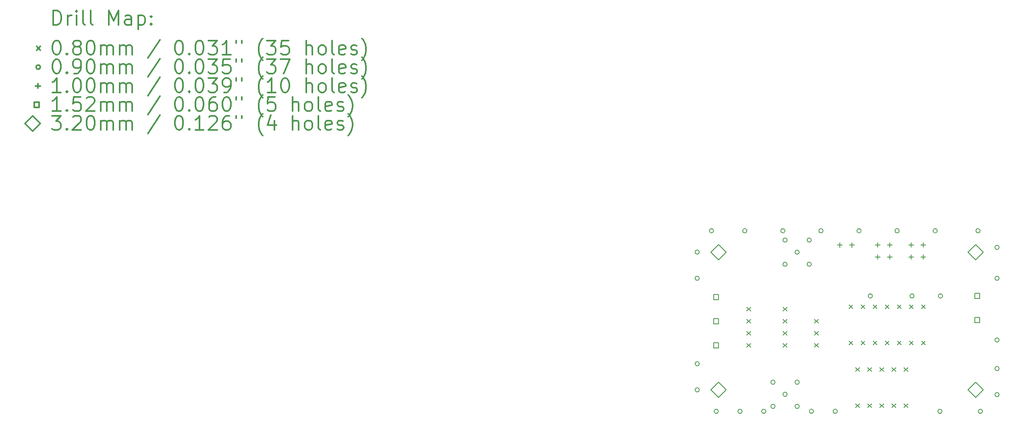
<source format=gbr>
%FSLAX45Y45*%
G04 Gerber Fmt 4.5, Leading zero omitted, Abs format (unit mm)*
G04 Created by KiCad (PCBNEW 4.0.7) date 03/29/18 10:58:02*
%MOMM*%
%LPD*%
G01*
G04 APERTURE LIST*
%ADD10C,0.127000*%
%ADD11C,0.200000*%
%ADD12C,0.300000*%
G04 APERTURE END LIST*
D10*
D11*
X14844400Y-6411600D02*
X14924400Y-6491600D01*
X14924400Y-6411600D02*
X14844400Y-6491600D01*
X14844400Y-6665600D02*
X14924400Y-6745600D01*
X14924400Y-6665600D02*
X14844400Y-6745600D01*
X14844400Y-6919600D02*
X14924400Y-6999600D01*
X14924400Y-6919600D02*
X14844400Y-6999600D01*
X14844400Y-7173600D02*
X14924400Y-7253600D01*
X14924400Y-7173600D02*
X14844400Y-7253600D01*
X15606400Y-6411600D02*
X15686400Y-6491600D01*
X15686400Y-6411600D02*
X15606400Y-6491600D01*
X15606400Y-6665600D02*
X15686400Y-6745600D01*
X15686400Y-6665600D02*
X15606400Y-6745600D01*
X15606400Y-6919600D02*
X15686400Y-6999600D01*
X15686400Y-6919600D02*
X15606400Y-6999600D01*
X15606400Y-7173600D02*
X15686400Y-7253600D01*
X15686400Y-7173600D02*
X15606400Y-7253600D01*
X16266800Y-6665600D02*
X16346800Y-6745600D01*
X16346800Y-6665600D02*
X16266800Y-6745600D01*
X16266800Y-6919600D02*
X16346800Y-6999600D01*
X16346800Y-6919600D02*
X16266800Y-6999600D01*
X16266800Y-7173600D02*
X16346800Y-7253600D01*
X16346800Y-7173600D02*
X16266800Y-7253600D01*
X16990700Y-6360800D02*
X17070700Y-6440800D01*
X17070700Y-6360800D02*
X16990700Y-6440800D01*
X16990700Y-7122800D02*
X17070700Y-7202800D01*
X17070700Y-7122800D02*
X16990700Y-7202800D01*
X17130400Y-7681600D02*
X17210400Y-7761600D01*
X17210400Y-7681600D02*
X17130400Y-7761600D01*
X17130400Y-8443600D02*
X17210400Y-8523600D01*
X17210400Y-8443600D02*
X17130400Y-8523600D01*
X17244700Y-6360800D02*
X17324700Y-6440800D01*
X17324700Y-6360800D02*
X17244700Y-6440800D01*
X17244700Y-7122800D02*
X17324700Y-7202800D01*
X17324700Y-7122800D02*
X17244700Y-7202800D01*
X17384400Y-7681600D02*
X17464400Y-7761600D01*
X17464400Y-7681600D02*
X17384400Y-7761600D01*
X17384400Y-8443600D02*
X17464400Y-8523600D01*
X17464400Y-8443600D02*
X17384400Y-8523600D01*
X17498700Y-6360800D02*
X17578700Y-6440800D01*
X17578700Y-6360800D02*
X17498700Y-6440800D01*
X17498700Y-7122800D02*
X17578700Y-7202800D01*
X17578700Y-7122800D02*
X17498700Y-7202800D01*
X17638400Y-7681600D02*
X17718400Y-7761600D01*
X17718400Y-7681600D02*
X17638400Y-7761600D01*
X17638400Y-8443600D02*
X17718400Y-8523600D01*
X17718400Y-8443600D02*
X17638400Y-8523600D01*
X17752700Y-6360800D02*
X17832700Y-6440800D01*
X17832700Y-6360800D02*
X17752700Y-6440800D01*
X17752700Y-7122800D02*
X17832700Y-7202800D01*
X17832700Y-7122800D02*
X17752700Y-7202800D01*
X17892400Y-7681600D02*
X17972400Y-7761600D01*
X17972400Y-7681600D02*
X17892400Y-7761600D01*
X17892400Y-8443600D02*
X17972400Y-8523600D01*
X17972400Y-8443600D02*
X17892400Y-8523600D01*
X18006700Y-6360800D02*
X18086700Y-6440800D01*
X18086700Y-6360800D02*
X18006700Y-6440800D01*
X18006700Y-7122800D02*
X18086700Y-7202800D01*
X18086700Y-7122800D02*
X18006700Y-7202800D01*
X18146400Y-7681600D02*
X18226400Y-7761600D01*
X18226400Y-7681600D02*
X18146400Y-7761600D01*
X18146400Y-8443600D02*
X18226400Y-8523600D01*
X18226400Y-8443600D02*
X18146400Y-8523600D01*
X18260700Y-6360800D02*
X18340700Y-6440800D01*
X18340700Y-6360800D02*
X18260700Y-6440800D01*
X18260700Y-7122800D02*
X18340700Y-7202800D01*
X18340700Y-7122800D02*
X18260700Y-7202800D01*
X18514700Y-6360800D02*
X18594700Y-6440800D01*
X18594700Y-6360800D02*
X18514700Y-6440800D01*
X18514700Y-7122800D02*
X18594700Y-7202800D01*
X18594700Y-7122800D02*
X18514700Y-7202800D01*
X13845000Y-5250000D02*
G75*
G03X13845000Y-5250000I-45000J0D01*
G01*
X13845000Y-5800000D02*
G75*
G03X13845000Y-5800000I-45000J0D01*
G01*
X13845000Y-7600000D02*
G75*
G03X13845000Y-7600000I-45000J0D01*
G01*
X13845000Y-8150000D02*
G75*
G03X13845000Y-8150000I-45000J0D01*
G01*
X14145000Y-4800000D02*
G75*
G03X14145000Y-4800000I-45000J0D01*
G01*
X14245000Y-8600000D02*
G75*
G03X14245000Y-8600000I-45000J0D01*
G01*
X14745000Y-8600000D02*
G75*
G03X14745000Y-8600000I-45000J0D01*
G01*
X14845000Y-4800000D02*
G75*
G03X14845000Y-4800000I-45000J0D01*
G01*
X15245000Y-8600000D02*
G75*
G03X15245000Y-8600000I-45000J0D01*
G01*
X15437400Y-7988300D02*
G75*
G03X15437400Y-7988300I-45000J0D01*
G01*
X15437400Y-8496300D02*
G75*
G03X15437400Y-8496300I-45000J0D01*
G01*
X15645000Y-4800000D02*
G75*
G03X15645000Y-4800000I-45000J0D01*
G01*
X15691000Y-4996000D02*
G75*
G03X15691000Y-4996000I-45000J0D01*
G01*
X15691000Y-5504000D02*
G75*
G03X15691000Y-5504000I-45000J0D01*
G01*
X15691400Y-8242300D02*
G75*
G03X15691400Y-8242300I-45000J0D01*
G01*
X15945000Y-5250000D02*
G75*
G03X15945000Y-5250000I-45000J0D01*
G01*
X15945400Y-7988300D02*
G75*
G03X15945400Y-7988300I-45000J0D01*
G01*
X15945400Y-8496300D02*
G75*
G03X15945400Y-8496300I-45000J0D01*
G01*
X16199000Y-4996000D02*
G75*
G03X16199000Y-4996000I-45000J0D01*
G01*
X16199000Y-5504000D02*
G75*
G03X16199000Y-5504000I-45000J0D01*
G01*
X16245000Y-8600000D02*
G75*
G03X16245000Y-8600000I-45000J0D01*
G01*
X16445000Y-4800000D02*
G75*
G03X16445000Y-4800000I-45000J0D01*
G01*
X16745000Y-8600000D02*
G75*
G03X16745000Y-8600000I-45000J0D01*
G01*
X17245000Y-4800000D02*
G75*
G03X17245000Y-4800000I-45000J0D01*
G01*
X17482100Y-6172200D02*
G75*
G03X17482100Y-6172200I-45000J0D01*
G01*
X18045000Y-4800000D02*
G75*
G03X18045000Y-4800000I-45000J0D01*
G01*
X18358400Y-6172200D02*
G75*
G03X18358400Y-6172200I-45000J0D01*
G01*
X18845000Y-4800000D02*
G75*
G03X18845000Y-4800000I-45000J0D01*
G01*
X18945000Y-8600000D02*
G75*
G03X18945000Y-8600000I-45000J0D01*
G01*
X18955300Y-6172200D02*
G75*
G03X18955300Y-6172200I-45000J0D01*
G01*
X19745000Y-4800000D02*
G75*
G03X19745000Y-4800000I-45000J0D01*
G01*
X19795000Y-8600000D02*
G75*
G03X19795000Y-8600000I-45000J0D01*
G01*
X20145000Y-5150000D02*
G75*
G03X20145000Y-5150000I-45000J0D01*
G01*
X20145000Y-5800000D02*
G75*
G03X20145000Y-5800000I-45000J0D01*
G01*
X20145000Y-7100000D02*
G75*
G03X20145000Y-7100000I-45000J0D01*
G01*
X20145000Y-7700000D02*
G75*
G03X20145000Y-7700000I-45000J0D01*
G01*
X20145000Y-8250000D02*
G75*
G03X20145000Y-8250000I-45000J0D01*
G01*
X16800000Y-5050000D02*
X16800000Y-5150000D01*
X16750000Y-5100000D02*
X16850000Y-5100000D01*
X17054000Y-5050000D02*
X17054000Y-5150000D01*
X17004000Y-5100000D02*
X17104000Y-5100000D01*
X17596000Y-5046000D02*
X17596000Y-5146000D01*
X17546000Y-5096000D02*
X17646000Y-5096000D01*
X17596000Y-5300000D02*
X17596000Y-5400000D01*
X17546000Y-5350000D02*
X17646000Y-5350000D01*
X17850000Y-5046000D02*
X17850000Y-5146000D01*
X17800000Y-5096000D02*
X17900000Y-5096000D01*
X17850000Y-5300000D02*
X17850000Y-5400000D01*
X17800000Y-5350000D02*
X17900000Y-5350000D01*
X18296000Y-5046000D02*
X18296000Y-5146000D01*
X18246000Y-5096000D02*
X18346000Y-5096000D01*
X18296000Y-5300000D02*
X18296000Y-5400000D01*
X18246000Y-5350000D02*
X18346000Y-5350000D01*
X18550000Y-5046000D02*
X18550000Y-5146000D01*
X18500000Y-5096000D02*
X18600000Y-5096000D01*
X18550000Y-5300000D02*
X18550000Y-5400000D01*
X18500000Y-5350000D02*
X18600000Y-5350000D01*
X14252341Y-6251341D02*
X14252341Y-6143859D01*
X14144859Y-6143859D01*
X14144859Y-6251341D01*
X14252341Y-6251341D01*
X14252341Y-6759341D02*
X14252341Y-6651859D01*
X14144859Y-6651859D01*
X14144859Y-6759341D01*
X14252341Y-6759341D01*
X14252341Y-7267341D02*
X14252341Y-7159859D01*
X14144859Y-7159859D01*
X14144859Y-7267341D01*
X14252341Y-7267341D01*
X19738741Y-6225941D02*
X19738741Y-6118459D01*
X19631259Y-6118459D01*
X19631259Y-6225941D01*
X19738741Y-6225941D01*
X19738741Y-6733941D02*
X19738741Y-6626459D01*
X19631259Y-6626459D01*
X19631259Y-6733941D01*
X19738741Y-6733941D01*
X14250000Y-5410000D02*
X14410000Y-5250000D01*
X14250000Y-5090000D01*
X14090000Y-5250000D01*
X14250000Y-5410000D01*
X14250000Y-8310000D02*
X14410000Y-8150000D01*
X14250000Y-7990000D01*
X14090000Y-8150000D01*
X14250000Y-8310000D01*
X19650000Y-5410000D02*
X19810000Y-5250000D01*
X19650000Y-5090000D01*
X19490000Y-5250000D01*
X19650000Y-5410000D01*
X19650000Y-8310000D02*
X19810000Y-8150000D01*
X19650000Y-7990000D01*
X19490000Y-8150000D01*
X19650000Y-8310000D01*
D12*
X271429Y-465714D02*
X271429Y-165714D01*
X342857Y-165714D01*
X385714Y-180000D01*
X414286Y-208571D01*
X428571Y-237143D01*
X442857Y-294286D01*
X442857Y-337143D01*
X428571Y-394286D01*
X414286Y-422857D01*
X385714Y-451429D01*
X342857Y-465714D01*
X271429Y-465714D01*
X571429Y-465714D02*
X571429Y-265714D01*
X571429Y-322857D02*
X585714Y-294286D01*
X600000Y-280000D01*
X628571Y-265714D01*
X657143Y-265714D01*
X757143Y-465714D02*
X757143Y-265714D01*
X757143Y-165714D02*
X742857Y-180000D01*
X757143Y-194286D01*
X771429Y-180000D01*
X757143Y-165714D01*
X757143Y-194286D01*
X942857Y-465714D02*
X914286Y-451429D01*
X900000Y-422857D01*
X900000Y-165714D01*
X1100000Y-465714D02*
X1071429Y-451429D01*
X1057143Y-422857D01*
X1057143Y-165714D01*
X1442857Y-465714D02*
X1442857Y-165714D01*
X1542857Y-380000D01*
X1642857Y-165714D01*
X1642857Y-465714D01*
X1914286Y-465714D02*
X1914286Y-308571D01*
X1900000Y-280000D01*
X1871429Y-265714D01*
X1814286Y-265714D01*
X1785714Y-280000D01*
X1914286Y-451429D02*
X1885714Y-465714D01*
X1814286Y-465714D01*
X1785714Y-451429D01*
X1771429Y-422857D01*
X1771429Y-394286D01*
X1785714Y-365714D01*
X1814286Y-351429D01*
X1885714Y-351429D01*
X1914286Y-337143D01*
X2057143Y-265714D02*
X2057143Y-565714D01*
X2057143Y-280000D02*
X2085714Y-265714D01*
X2142857Y-265714D01*
X2171429Y-280000D01*
X2185714Y-294286D01*
X2200000Y-322857D01*
X2200000Y-408571D01*
X2185714Y-437143D01*
X2171429Y-451429D01*
X2142857Y-465714D01*
X2085714Y-465714D01*
X2057143Y-451429D01*
X2328572Y-437143D02*
X2342857Y-451429D01*
X2328572Y-465714D01*
X2314286Y-451429D01*
X2328572Y-437143D01*
X2328572Y-465714D01*
X2328572Y-280000D02*
X2342857Y-294286D01*
X2328572Y-308571D01*
X2314286Y-294286D01*
X2328572Y-280000D01*
X2328572Y-308571D01*
X-80000Y-920000D02*
X0Y-1000000D01*
X0Y-920000D02*
X-80000Y-1000000D01*
X328571Y-795714D02*
X357143Y-795714D01*
X385714Y-810000D01*
X400000Y-824286D01*
X414286Y-852857D01*
X428571Y-910000D01*
X428571Y-981429D01*
X414286Y-1038571D01*
X400000Y-1067143D01*
X385714Y-1081429D01*
X357143Y-1095714D01*
X328571Y-1095714D01*
X300000Y-1081429D01*
X285714Y-1067143D01*
X271429Y-1038571D01*
X257143Y-981429D01*
X257143Y-910000D01*
X271429Y-852857D01*
X285714Y-824286D01*
X300000Y-810000D01*
X328571Y-795714D01*
X557143Y-1067143D02*
X571429Y-1081429D01*
X557143Y-1095714D01*
X542857Y-1081429D01*
X557143Y-1067143D01*
X557143Y-1095714D01*
X742857Y-924286D02*
X714286Y-910000D01*
X700000Y-895714D01*
X685714Y-867143D01*
X685714Y-852857D01*
X700000Y-824286D01*
X714286Y-810000D01*
X742857Y-795714D01*
X800000Y-795714D01*
X828571Y-810000D01*
X842857Y-824286D01*
X857143Y-852857D01*
X857143Y-867143D01*
X842857Y-895714D01*
X828571Y-910000D01*
X800000Y-924286D01*
X742857Y-924286D01*
X714286Y-938571D01*
X700000Y-952857D01*
X685714Y-981429D01*
X685714Y-1038571D01*
X700000Y-1067143D01*
X714286Y-1081429D01*
X742857Y-1095714D01*
X800000Y-1095714D01*
X828571Y-1081429D01*
X842857Y-1067143D01*
X857143Y-1038571D01*
X857143Y-981429D01*
X842857Y-952857D01*
X828571Y-938571D01*
X800000Y-924286D01*
X1042857Y-795714D02*
X1071429Y-795714D01*
X1100000Y-810000D01*
X1114286Y-824286D01*
X1128571Y-852857D01*
X1142857Y-910000D01*
X1142857Y-981429D01*
X1128571Y-1038571D01*
X1114286Y-1067143D01*
X1100000Y-1081429D01*
X1071429Y-1095714D01*
X1042857Y-1095714D01*
X1014286Y-1081429D01*
X1000000Y-1067143D01*
X985714Y-1038571D01*
X971429Y-981429D01*
X971429Y-910000D01*
X985714Y-852857D01*
X1000000Y-824286D01*
X1014286Y-810000D01*
X1042857Y-795714D01*
X1271429Y-1095714D02*
X1271429Y-895714D01*
X1271429Y-924286D02*
X1285714Y-910000D01*
X1314286Y-895714D01*
X1357143Y-895714D01*
X1385714Y-910000D01*
X1400000Y-938571D01*
X1400000Y-1095714D01*
X1400000Y-938571D02*
X1414286Y-910000D01*
X1442857Y-895714D01*
X1485714Y-895714D01*
X1514286Y-910000D01*
X1528571Y-938571D01*
X1528571Y-1095714D01*
X1671429Y-1095714D02*
X1671429Y-895714D01*
X1671429Y-924286D02*
X1685714Y-910000D01*
X1714286Y-895714D01*
X1757143Y-895714D01*
X1785714Y-910000D01*
X1800000Y-938571D01*
X1800000Y-1095714D01*
X1800000Y-938571D02*
X1814286Y-910000D01*
X1842857Y-895714D01*
X1885714Y-895714D01*
X1914286Y-910000D01*
X1928571Y-938571D01*
X1928571Y-1095714D01*
X2514286Y-781429D02*
X2257143Y-1167143D01*
X2900000Y-795714D02*
X2928571Y-795714D01*
X2957143Y-810000D01*
X2971428Y-824286D01*
X2985714Y-852857D01*
X3000000Y-910000D01*
X3000000Y-981429D01*
X2985714Y-1038571D01*
X2971428Y-1067143D01*
X2957143Y-1081429D01*
X2928571Y-1095714D01*
X2900000Y-1095714D01*
X2871428Y-1081429D01*
X2857143Y-1067143D01*
X2842857Y-1038571D01*
X2828571Y-981429D01*
X2828571Y-910000D01*
X2842857Y-852857D01*
X2857143Y-824286D01*
X2871428Y-810000D01*
X2900000Y-795714D01*
X3128571Y-1067143D02*
X3142857Y-1081429D01*
X3128571Y-1095714D01*
X3114286Y-1081429D01*
X3128571Y-1067143D01*
X3128571Y-1095714D01*
X3328571Y-795714D02*
X3357143Y-795714D01*
X3385714Y-810000D01*
X3400000Y-824286D01*
X3414286Y-852857D01*
X3428571Y-910000D01*
X3428571Y-981429D01*
X3414286Y-1038571D01*
X3400000Y-1067143D01*
X3385714Y-1081429D01*
X3357143Y-1095714D01*
X3328571Y-1095714D01*
X3300000Y-1081429D01*
X3285714Y-1067143D01*
X3271428Y-1038571D01*
X3257143Y-981429D01*
X3257143Y-910000D01*
X3271428Y-852857D01*
X3285714Y-824286D01*
X3300000Y-810000D01*
X3328571Y-795714D01*
X3528571Y-795714D02*
X3714286Y-795714D01*
X3614286Y-910000D01*
X3657143Y-910000D01*
X3685714Y-924286D01*
X3700000Y-938571D01*
X3714286Y-967143D01*
X3714286Y-1038571D01*
X3700000Y-1067143D01*
X3685714Y-1081429D01*
X3657143Y-1095714D01*
X3571428Y-1095714D01*
X3542857Y-1081429D01*
X3528571Y-1067143D01*
X4000000Y-1095714D02*
X3828571Y-1095714D01*
X3914286Y-1095714D02*
X3914286Y-795714D01*
X3885714Y-838571D01*
X3857143Y-867143D01*
X3828571Y-881429D01*
X4114286Y-795714D02*
X4114286Y-852857D01*
X4228571Y-795714D02*
X4228571Y-852857D01*
X4671429Y-1210000D02*
X4657143Y-1195714D01*
X4628571Y-1152857D01*
X4614286Y-1124286D01*
X4600000Y-1081429D01*
X4585714Y-1010000D01*
X4585714Y-952857D01*
X4600000Y-881429D01*
X4614286Y-838571D01*
X4628571Y-810000D01*
X4657143Y-767143D01*
X4671429Y-752857D01*
X4757143Y-795714D02*
X4942857Y-795714D01*
X4842857Y-910000D01*
X4885714Y-910000D01*
X4914286Y-924286D01*
X4928571Y-938571D01*
X4942857Y-967143D01*
X4942857Y-1038571D01*
X4928571Y-1067143D01*
X4914286Y-1081429D01*
X4885714Y-1095714D01*
X4800000Y-1095714D01*
X4771429Y-1081429D01*
X4757143Y-1067143D01*
X5214286Y-795714D02*
X5071429Y-795714D01*
X5057143Y-938571D01*
X5071429Y-924286D01*
X5100000Y-910000D01*
X5171429Y-910000D01*
X5200000Y-924286D01*
X5214286Y-938571D01*
X5228571Y-967143D01*
X5228571Y-1038571D01*
X5214286Y-1067143D01*
X5200000Y-1081429D01*
X5171429Y-1095714D01*
X5100000Y-1095714D01*
X5071429Y-1081429D01*
X5057143Y-1067143D01*
X5585714Y-1095714D02*
X5585714Y-795714D01*
X5714286Y-1095714D02*
X5714286Y-938571D01*
X5700000Y-910000D01*
X5671428Y-895714D01*
X5628571Y-895714D01*
X5600000Y-910000D01*
X5585714Y-924286D01*
X5900000Y-1095714D02*
X5871428Y-1081429D01*
X5857143Y-1067143D01*
X5842857Y-1038571D01*
X5842857Y-952857D01*
X5857143Y-924286D01*
X5871428Y-910000D01*
X5900000Y-895714D01*
X5942857Y-895714D01*
X5971428Y-910000D01*
X5985714Y-924286D01*
X6000000Y-952857D01*
X6000000Y-1038571D01*
X5985714Y-1067143D01*
X5971428Y-1081429D01*
X5942857Y-1095714D01*
X5900000Y-1095714D01*
X6171428Y-1095714D02*
X6142857Y-1081429D01*
X6128571Y-1052857D01*
X6128571Y-795714D01*
X6400000Y-1081429D02*
X6371429Y-1095714D01*
X6314286Y-1095714D01*
X6285714Y-1081429D01*
X6271429Y-1052857D01*
X6271429Y-938571D01*
X6285714Y-910000D01*
X6314286Y-895714D01*
X6371429Y-895714D01*
X6400000Y-910000D01*
X6414286Y-938571D01*
X6414286Y-967143D01*
X6271429Y-995714D01*
X6528571Y-1081429D02*
X6557143Y-1095714D01*
X6614286Y-1095714D01*
X6642857Y-1081429D01*
X6657143Y-1052857D01*
X6657143Y-1038571D01*
X6642857Y-1010000D01*
X6614286Y-995714D01*
X6571429Y-995714D01*
X6542857Y-981429D01*
X6528571Y-952857D01*
X6528571Y-938571D01*
X6542857Y-910000D01*
X6571429Y-895714D01*
X6614286Y-895714D01*
X6642857Y-910000D01*
X6757143Y-1210000D02*
X6771429Y-1195714D01*
X6800000Y-1152857D01*
X6814286Y-1124286D01*
X6828571Y-1081429D01*
X6842857Y-1010000D01*
X6842857Y-952857D01*
X6828571Y-881429D01*
X6814286Y-838571D01*
X6800000Y-810000D01*
X6771429Y-767143D01*
X6757143Y-752857D01*
X0Y-1356000D02*
G75*
G03X0Y-1356000I-45000J0D01*
G01*
X328571Y-1191714D02*
X357143Y-1191714D01*
X385714Y-1206000D01*
X400000Y-1220286D01*
X414286Y-1248857D01*
X428571Y-1306000D01*
X428571Y-1377429D01*
X414286Y-1434571D01*
X400000Y-1463143D01*
X385714Y-1477429D01*
X357143Y-1491714D01*
X328571Y-1491714D01*
X300000Y-1477429D01*
X285714Y-1463143D01*
X271429Y-1434571D01*
X257143Y-1377429D01*
X257143Y-1306000D01*
X271429Y-1248857D01*
X285714Y-1220286D01*
X300000Y-1206000D01*
X328571Y-1191714D01*
X557143Y-1463143D02*
X571429Y-1477429D01*
X557143Y-1491714D01*
X542857Y-1477429D01*
X557143Y-1463143D01*
X557143Y-1491714D01*
X714286Y-1491714D02*
X771428Y-1491714D01*
X800000Y-1477429D01*
X814286Y-1463143D01*
X842857Y-1420286D01*
X857143Y-1363143D01*
X857143Y-1248857D01*
X842857Y-1220286D01*
X828571Y-1206000D01*
X800000Y-1191714D01*
X742857Y-1191714D01*
X714286Y-1206000D01*
X700000Y-1220286D01*
X685714Y-1248857D01*
X685714Y-1320286D01*
X700000Y-1348857D01*
X714286Y-1363143D01*
X742857Y-1377429D01*
X800000Y-1377429D01*
X828571Y-1363143D01*
X842857Y-1348857D01*
X857143Y-1320286D01*
X1042857Y-1191714D02*
X1071429Y-1191714D01*
X1100000Y-1206000D01*
X1114286Y-1220286D01*
X1128571Y-1248857D01*
X1142857Y-1306000D01*
X1142857Y-1377429D01*
X1128571Y-1434571D01*
X1114286Y-1463143D01*
X1100000Y-1477429D01*
X1071429Y-1491714D01*
X1042857Y-1491714D01*
X1014286Y-1477429D01*
X1000000Y-1463143D01*
X985714Y-1434571D01*
X971429Y-1377429D01*
X971429Y-1306000D01*
X985714Y-1248857D01*
X1000000Y-1220286D01*
X1014286Y-1206000D01*
X1042857Y-1191714D01*
X1271429Y-1491714D02*
X1271429Y-1291714D01*
X1271429Y-1320286D02*
X1285714Y-1306000D01*
X1314286Y-1291714D01*
X1357143Y-1291714D01*
X1385714Y-1306000D01*
X1400000Y-1334571D01*
X1400000Y-1491714D01*
X1400000Y-1334571D02*
X1414286Y-1306000D01*
X1442857Y-1291714D01*
X1485714Y-1291714D01*
X1514286Y-1306000D01*
X1528571Y-1334571D01*
X1528571Y-1491714D01*
X1671429Y-1491714D02*
X1671429Y-1291714D01*
X1671429Y-1320286D02*
X1685714Y-1306000D01*
X1714286Y-1291714D01*
X1757143Y-1291714D01*
X1785714Y-1306000D01*
X1800000Y-1334571D01*
X1800000Y-1491714D01*
X1800000Y-1334571D02*
X1814286Y-1306000D01*
X1842857Y-1291714D01*
X1885714Y-1291714D01*
X1914286Y-1306000D01*
X1928571Y-1334571D01*
X1928571Y-1491714D01*
X2514286Y-1177429D02*
X2257143Y-1563143D01*
X2900000Y-1191714D02*
X2928571Y-1191714D01*
X2957143Y-1206000D01*
X2971428Y-1220286D01*
X2985714Y-1248857D01*
X3000000Y-1306000D01*
X3000000Y-1377429D01*
X2985714Y-1434571D01*
X2971428Y-1463143D01*
X2957143Y-1477429D01*
X2928571Y-1491714D01*
X2900000Y-1491714D01*
X2871428Y-1477429D01*
X2857143Y-1463143D01*
X2842857Y-1434571D01*
X2828571Y-1377429D01*
X2828571Y-1306000D01*
X2842857Y-1248857D01*
X2857143Y-1220286D01*
X2871428Y-1206000D01*
X2900000Y-1191714D01*
X3128571Y-1463143D02*
X3142857Y-1477429D01*
X3128571Y-1491714D01*
X3114286Y-1477429D01*
X3128571Y-1463143D01*
X3128571Y-1491714D01*
X3328571Y-1191714D02*
X3357143Y-1191714D01*
X3385714Y-1206000D01*
X3400000Y-1220286D01*
X3414286Y-1248857D01*
X3428571Y-1306000D01*
X3428571Y-1377429D01*
X3414286Y-1434571D01*
X3400000Y-1463143D01*
X3385714Y-1477429D01*
X3357143Y-1491714D01*
X3328571Y-1491714D01*
X3300000Y-1477429D01*
X3285714Y-1463143D01*
X3271428Y-1434571D01*
X3257143Y-1377429D01*
X3257143Y-1306000D01*
X3271428Y-1248857D01*
X3285714Y-1220286D01*
X3300000Y-1206000D01*
X3328571Y-1191714D01*
X3528571Y-1191714D02*
X3714286Y-1191714D01*
X3614286Y-1306000D01*
X3657143Y-1306000D01*
X3685714Y-1320286D01*
X3700000Y-1334571D01*
X3714286Y-1363143D01*
X3714286Y-1434571D01*
X3700000Y-1463143D01*
X3685714Y-1477429D01*
X3657143Y-1491714D01*
X3571428Y-1491714D01*
X3542857Y-1477429D01*
X3528571Y-1463143D01*
X3985714Y-1191714D02*
X3842857Y-1191714D01*
X3828571Y-1334571D01*
X3842857Y-1320286D01*
X3871428Y-1306000D01*
X3942857Y-1306000D01*
X3971428Y-1320286D01*
X3985714Y-1334571D01*
X4000000Y-1363143D01*
X4000000Y-1434571D01*
X3985714Y-1463143D01*
X3971428Y-1477429D01*
X3942857Y-1491714D01*
X3871428Y-1491714D01*
X3842857Y-1477429D01*
X3828571Y-1463143D01*
X4114286Y-1191714D02*
X4114286Y-1248857D01*
X4228571Y-1191714D02*
X4228571Y-1248857D01*
X4671429Y-1606000D02*
X4657143Y-1591714D01*
X4628571Y-1548857D01*
X4614286Y-1520286D01*
X4600000Y-1477429D01*
X4585714Y-1406000D01*
X4585714Y-1348857D01*
X4600000Y-1277429D01*
X4614286Y-1234571D01*
X4628571Y-1206000D01*
X4657143Y-1163143D01*
X4671429Y-1148857D01*
X4757143Y-1191714D02*
X4942857Y-1191714D01*
X4842857Y-1306000D01*
X4885714Y-1306000D01*
X4914286Y-1320286D01*
X4928571Y-1334571D01*
X4942857Y-1363143D01*
X4942857Y-1434571D01*
X4928571Y-1463143D01*
X4914286Y-1477429D01*
X4885714Y-1491714D01*
X4800000Y-1491714D01*
X4771429Y-1477429D01*
X4757143Y-1463143D01*
X5042857Y-1191714D02*
X5242857Y-1191714D01*
X5114286Y-1491714D01*
X5585714Y-1491714D02*
X5585714Y-1191714D01*
X5714286Y-1491714D02*
X5714286Y-1334571D01*
X5700000Y-1306000D01*
X5671428Y-1291714D01*
X5628571Y-1291714D01*
X5600000Y-1306000D01*
X5585714Y-1320286D01*
X5900000Y-1491714D02*
X5871428Y-1477429D01*
X5857143Y-1463143D01*
X5842857Y-1434571D01*
X5842857Y-1348857D01*
X5857143Y-1320286D01*
X5871428Y-1306000D01*
X5900000Y-1291714D01*
X5942857Y-1291714D01*
X5971428Y-1306000D01*
X5985714Y-1320286D01*
X6000000Y-1348857D01*
X6000000Y-1434571D01*
X5985714Y-1463143D01*
X5971428Y-1477429D01*
X5942857Y-1491714D01*
X5900000Y-1491714D01*
X6171428Y-1491714D02*
X6142857Y-1477429D01*
X6128571Y-1448857D01*
X6128571Y-1191714D01*
X6400000Y-1477429D02*
X6371429Y-1491714D01*
X6314286Y-1491714D01*
X6285714Y-1477429D01*
X6271429Y-1448857D01*
X6271429Y-1334571D01*
X6285714Y-1306000D01*
X6314286Y-1291714D01*
X6371429Y-1291714D01*
X6400000Y-1306000D01*
X6414286Y-1334571D01*
X6414286Y-1363143D01*
X6271429Y-1391714D01*
X6528571Y-1477429D02*
X6557143Y-1491714D01*
X6614286Y-1491714D01*
X6642857Y-1477429D01*
X6657143Y-1448857D01*
X6657143Y-1434571D01*
X6642857Y-1406000D01*
X6614286Y-1391714D01*
X6571429Y-1391714D01*
X6542857Y-1377429D01*
X6528571Y-1348857D01*
X6528571Y-1334571D01*
X6542857Y-1306000D01*
X6571429Y-1291714D01*
X6614286Y-1291714D01*
X6642857Y-1306000D01*
X6757143Y-1606000D02*
X6771429Y-1591714D01*
X6800000Y-1548857D01*
X6814286Y-1520286D01*
X6828571Y-1477429D01*
X6842857Y-1406000D01*
X6842857Y-1348857D01*
X6828571Y-1277429D01*
X6814286Y-1234571D01*
X6800000Y-1206000D01*
X6771429Y-1163143D01*
X6757143Y-1148857D01*
X-50000Y-1702000D02*
X-50000Y-1802000D01*
X-100000Y-1752000D02*
X0Y-1752000D01*
X428571Y-1887714D02*
X257143Y-1887714D01*
X342857Y-1887714D02*
X342857Y-1587714D01*
X314286Y-1630571D01*
X285714Y-1659143D01*
X257143Y-1673429D01*
X557143Y-1859143D02*
X571429Y-1873429D01*
X557143Y-1887714D01*
X542857Y-1873429D01*
X557143Y-1859143D01*
X557143Y-1887714D01*
X757143Y-1587714D02*
X785714Y-1587714D01*
X814286Y-1602000D01*
X828571Y-1616286D01*
X842857Y-1644857D01*
X857143Y-1702000D01*
X857143Y-1773429D01*
X842857Y-1830571D01*
X828571Y-1859143D01*
X814286Y-1873429D01*
X785714Y-1887714D01*
X757143Y-1887714D01*
X728571Y-1873429D01*
X714286Y-1859143D01*
X700000Y-1830571D01*
X685714Y-1773429D01*
X685714Y-1702000D01*
X700000Y-1644857D01*
X714286Y-1616286D01*
X728571Y-1602000D01*
X757143Y-1587714D01*
X1042857Y-1587714D02*
X1071429Y-1587714D01*
X1100000Y-1602000D01*
X1114286Y-1616286D01*
X1128571Y-1644857D01*
X1142857Y-1702000D01*
X1142857Y-1773429D01*
X1128571Y-1830571D01*
X1114286Y-1859143D01*
X1100000Y-1873429D01*
X1071429Y-1887714D01*
X1042857Y-1887714D01*
X1014286Y-1873429D01*
X1000000Y-1859143D01*
X985714Y-1830571D01*
X971429Y-1773429D01*
X971429Y-1702000D01*
X985714Y-1644857D01*
X1000000Y-1616286D01*
X1014286Y-1602000D01*
X1042857Y-1587714D01*
X1271429Y-1887714D02*
X1271429Y-1687714D01*
X1271429Y-1716286D02*
X1285714Y-1702000D01*
X1314286Y-1687714D01*
X1357143Y-1687714D01*
X1385714Y-1702000D01*
X1400000Y-1730571D01*
X1400000Y-1887714D01*
X1400000Y-1730571D02*
X1414286Y-1702000D01*
X1442857Y-1687714D01*
X1485714Y-1687714D01*
X1514286Y-1702000D01*
X1528571Y-1730571D01*
X1528571Y-1887714D01*
X1671429Y-1887714D02*
X1671429Y-1687714D01*
X1671429Y-1716286D02*
X1685714Y-1702000D01*
X1714286Y-1687714D01*
X1757143Y-1687714D01*
X1785714Y-1702000D01*
X1800000Y-1730571D01*
X1800000Y-1887714D01*
X1800000Y-1730571D02*
X1814286Y-1702000D01*
X1842857Y-1687714D01*
X1885714Y-1687714D01*
X1914286Y-1702000D01*
X1928571Y-1730571D01*
X1928571Y-1887714D01*
X2514286Y-1573429D02*
X2257143Y-1959143D01*
X2900000Y-1587714D02*
X2928571Y-1587714D01*
X2957143Y-1602000D01*
X2971428Y-1616286D01*
X2985714Y-1644857D01*
X3000000Y-1702000D01*
X3000000Y-1773429D01*
X2985714Y-1830571D01*
X2971428Y-1859143D01*
X2957143Y-1873429D01*
X2928571Y-1887714D01*
X2900000Y-1887714D01*
X2871428Y-1873429D01*
X2857143Y-1859143D01*
X2842857Y-1830571D01*
X2828571Y-1773429D01*
X2828571Y-1702000D01*
X2842857Y-1644857D01*
X2857143Y-1616286D01*
X2871428Y-1602000D01*
X2900000Y-1587714D01*
X3128571Y-1859143D02*
X3142857Y-1873429D01*
X3128571Y-1887714D01*
X3114286Y-1873429D01*
X3128571Y-1859143D01*
X3128571Y-1887714D01*
X3328571Y-1587714D02*
X3357143Y-1587714D01*
X3385714Y-1602000D01*
X3400000Y-1616286D01*
X3414286Y-1644857D01*
X3428571Y-1702000D01*
X3428571Y-1773429D01*
X3414286Y-1830571D01*
X3400000Y-1859143D01*
X3385714Y-1873429D01*
X3357143Y-1887714D01*
X3328571Y-1887714D01*
X3300000Y-1873429D01*
X3285714Y-1859143D01*
X3271428Y-1830571D01*
X3257143Y-1773429D01*
X3257143Y-1702000D01*
X3271428Y-1644857D01*
X3285714Y-1616286D01*
X3300000Y-1602000D01*
X3328571Y-1587714D01*
X3528571Y-1587714D02*
X3714286Y-1587714D01*
X3614286Y-1702000D01*
X3657143Y-1702000D01*
X3685714Y-1716286D01*
X3700000Y-1730571D01*
X3714286Y-1759143D01*
X3714286Y-1830571D01*
X3700000Y-1859143D01*
X3685714Y-1873429D01*
X3657143Y-1887714D01*
X3571428Y-1887714D01*
X3542857Y-1873429D01*
X3528571Y-1859143D01*
X3857143Y-1887714D02*
X3914286Y-1887714D01*
X3942857Y-1873429D01*
X3957143Y-1859143D01*
X3985714Y-1816286D01*
X4000000Y-1759143D01*
X4000000Y-1644857D01*
X3985714Y-1616286D01*
X3971428Y-1602000D01*
X3942857Y-1587714D01*
X3885714Y-1587714D01*
X3857143Y-1602000D01*
X3842857Y-1616286D01*
X3828571Y-1644857D01*
X3828571Y-1716286D01*
X3842857Y-1744857D01*
X3857143Y-1759143D01*
X3885714Y-1773429D01*
X3942857Y-1773429D01*
X3971428Y-1759143D01*
X3985714Y-1744857D01*
X4000000Y-1716286D01*
X4114286Y-1587714D02*
X4114286Y-1644857D01*
X4228571Y-1587714D02*
X4228571Y-1644857D01*
X4671429Y-2002000D02*
X4657143Y-1987714D01*
X4628571Y-1944857D01*
X4614286Y-1916286D01*
X4600000Y-1873429D01*
X4585714Y-1802000D01*
X4585714Y-1744857D01*
X4600000Y-1673429D01*
X4614286Y-1630571D01*
X4628571Y-1602000D01*
X4657143Y-1559143D01*
X4671429Y-1544857D01*
X4942857Y-1887714D02*
X4771429Y-1887714D01*
X4857143Y-1887714D02*
X4857143Y-1587714D01*
X4828571Y-1630571D01*
X4800000Y-1659143D01*
X4771429Y-1673429D01*
X5128571Y-1587714D02*
X5157143Y-1587714D01*
X5185714Y-1602000D01*
X5200000Y-1616286D01*
X5214286Y-1644857D01*
X5228571Y-1702000D01*
X5228571Y-1773429D01*
X5214286Y-1830571D01*
X5200000Y-1859143D01*
X5185714Y-1873429D01*
X5157143Y-1887714D01*
X5128571Y-1887714D01*
X5100000Y-1873429D01*
X5085714Y-1859143D01*
X5071429Y-1830571D01*
X5057143Y-1773429D01*
X5057143Y-1702000D01*
X5071429Y-1644857D01*
X5085714Y-1616286D01*
X5100000Y-1602000D01*
X5128571Y-1587714D01*
X5585714Y-1887714D02*
X5585714Y-1587714D01*
X5714286Y-1887714D02*
X5714286Y-1730571D01*
X5700000Y-1702000D01*
X5671428Y-1687714D01*
X5628571Y-1687714D01*
X5600000Y-1702000D01*
X5585714Y-1716286D01*
X5900000Y-1887714D02*
X5871428Y-1873429D01*
X5857143Y-1859143D01*
X5842857Y-1830571D01*
X5842857Y-1744857D01*
X5857143Y-1716286D01*
X5871428Y-1702000D01*
X5900000Y-1687714D01*
X5942857Y-1687714D01*
X5971428Y-1702000D01*
X5985714Y-1716286D01*
X6000000Y-1744857D01*
X6000000Y-1830571D01*
X5985714Y-1859143D01*
X5971428Y-1873429D01*
X5942857Y-1887714D01*
X5900000Y-1887714D01*
X6171428Y-1887714D02*
X6142857Y-1873429D01*
X6128571Y-1844857D01*
X6128571Y-1587714D01*
X6400000Y-1873429D02*
X6371429Y-1887714D01*
X6314286Y-1887714D01*
X6285714Y-1873429D01*
X6271429Y-1844857D01*
X6271429Y-1730571D01*
X6285714Y-1702000D01*
X6314286Y-1687714D01*
X6371429Y-1687714D01*
X6400000Y-1702000D01*
X6414286Y-1730571D01*
X6414286Y-1759143D01*
X6271429Y-1787714D01*
X6528571Y-1873429D02*
X6557143Y-1887714D01*
X6614286Y-1887714D01*
X6642857Y-1873429D01*
X6657143Y-1844857D01*
X6657143Y-1830571D01*
X6642857Y-1802000D01*
X6614286Y-1787714D01*
X6571429Y-1787714D01*
X6542857Y-1773429D01*
X6528571Y-1744857D01*
X6528571Y-1730571D01*
X6542857Y-1702000D01*
X6571429Y-1687714D01*
X6614286Y-1687714D01*
X6642857Y-1702000D01*
X6757143Y-2002000D02*
X6771429Y-1987714D01*
X6800000Y-1944857D01*
X6814286Y-1916286D01*
X6828571Y-1873429D01*
X6842857Y-1802000D01*
X6842857Y-1744857D01*
X6828571Y-1673429D01*
X6814286Y-1630571D01*
X6800000Y-1602000D01*
X6771429Y-1559143D01*
X6757143Y-1544857D01*
X-22259Y-2201741D02*
X-22259Y-2094259D01*
X-129741Y-2094259D01*
X-129741Y-2201741D01*
X-22259Y-2201741D01*
X428571Y-2283714D02*
X257143Y-2283714D01*
X342857Y-2283714D02*
X342857Y-1983714D01*
X314286Y-2026571D01*
X285714Y-2055143D01*
X257143Y-2069429D01*
X557143Y-2255143D02*
X571429Y-2269429D01*
X557143Y-2283714D01*
X542857Y-2269429D01*
X557143Y-2255143D01*
X557143Y-2283714D01*
X842857Y-1983714D02*
X700000Y-1983714D01*
X685714Y-2126571D01*
X700000Y-2112286D01*
X728571Y-2098000D01*
X800000Y-2098000D01*
X828571Y-2112286D01*
X842857Y-2126571D01*
X857143Y-2155143D01*
X857143Y-2226571D01*
X842857Y-2255143D01*
X828571Y-2269429D01*
X800000Y-2283714D01*
X728571Y-2283714D01*
X700000Y-2269429D01*
X685714Y-2255143D01*
X971429Y-2012286D02*
X985714Y-1998000D01*
X1014286Y-1983714D01*
X1085714Y-1983714D01*
X1114286Y-1998000D01*
X1128571Y-2012286D01*
X1142857Y-2040857D01*
X1142857Y-2069429D01*
X1128571Y-2112286D01*
X957143Y-2283714D01*
X1142857Y-2283714D01*
X1271429Y-2283714D02*
X1271429Y-2083714D01*
X1271429Y-2112286D02*
X1285714Y-2098000D01*
X1314286Y-2083714D01*
X1357143Y-2083714D01*
X1385714Y-2098000D01*
X1400000Y-2126571D01*
X1400000Y-2283714D01*
X1400000Y-2126571D02*
X1414286Y-2098000D01*
X1442857Y-2083714D01*
X1485714Y-2083714D01*
X1514286Y-2098000D01*
X1528571Y-2126571D01*
X1528571Y-2283714D01*
X1671429Y-2283714D02*
X1671429Y-2083714D01*
X1671429Y-2112286D02*
X1685714Y-2098000D01*
X1714286Y-2083714D01*
X1757143Y-2083714D01*
X1785714Y-2098000D01*
X1800000Y-2126571D01*
X1800000Y-2283714D01*
X1800000Y-2126571D02*
X1814286Y-2098000D01*
X1842857Y-2083714D01*
X1885714Y-2083714D01*
X1914286Y-2098000D01*
X1928571Y-2126571D01*
X1928571Y-2283714D01*
X2514286Y-1969429D02*
X2257143Y-2355143D01*
X2900000Y-1983714D02*
X2928571Y-1983714D01*
X2957143Y-1998000D01*
X2971428Y-2012286D01*
X2985714Y-2040857D01*
X3000000Y-2098000D01*
X3000000Y-2169429D01*
X2985714Y-2226571D01*
X2971428Y-2255143D01*
X2957143Y-2269429D01*
X2928571Y-2283714D01*
X2900000Y-2283714D01*
X2871428Y-2269429D01*
X2857143Y-2255143D01*
X2842857Y-2226571D01*
X2828571Y-2169429D01*
X2828571Y-2098000D01*
X2842857Y-2040857D01*
X2857143Y-2012286D01*
X2871428Y-1998000D01*
X2900000Y-1983714D01*
X3128571Y-2255143D02*
X3142857Y-2269429D01*
X3128571Y-2283714D01*
X3114286Y-2269429D01*
X3128571Y-2255143D01*
X3128571Y-2283714D01*
X3328571Y-1983714D02*
X3357143Y-1983714D01*
X3385714Y-1998000D01*
X3400000Y-2012286D01*
X3414286Y-2040857D01*
X3428571Y-2098000D01*
X3428571Y-2169429D01*
X3414286Y-2226571D01*
X3400000Y-2255143D01*
X3385714Y-2269429D01*
X3357143Y-2283714D01*
X3328571Y-2283714D01*
X3300000Y-2269429D01*
X3285714Y-2255143D01*
X3271428Y-2226571D01*
X3257143Y-2169429D01*
X3257143Y-2098000D01*
X3271428Y-2040857D01*
X3285714Y-2012286D01*
X3300000Y-1998000D01*
X3328571Y-1983714D01*
X3685714Y-1983714D02*
X3628571Y-1983714D01*
X3600000Y-1998000D01*
X3585714Y-2012286D01*
X3557143Y-2055143D01*
X3542857Y-2112286D01*
X3542857Y-2226571D01*
X3557143Y-2255143D01*
X3571428Y-2269429D01*
X3600000Y-2283714D01*
X3657143Y-2283714D01*
X3685714Y-2269429D01*
X3700000Y-2255143D01*
X3714286Y-2226571D01*
X3714286Y-2155143D01*
X3700000Y-2126571D01*
X3685714Y-2112286D01*
X3657143Y-2098000D01*
X3600000Y-2098000D01*
X3571428Y-2112286D01*
X3557143Y-2126571D01*
X3542857Y-2155143D01*
X3900000Y-1983714D02*
X3928571Y-1983714D01*
X3957143Y-1998000D01*
X3971428Y-2012286D01*
X3985714Y-2040857D01*
X4000000Y-2098000D01*
X4000000Y-2169429D01*
X3985714Y-2226571D01*
X3971428Y-2255143D01*
X3957143Y-2269429D01*
X3928571Y-2283714D01*
X3900000Y-2283714D01*
X3871428Y-2269429D01*
X3857143Y-2255143D01*
X3842857Y-2226571D01*
X3828571Y-2169429D01*
X3828571Y-2098000D01*
X3842857Y-2040857D01*
X3857143Y-2012286D01*
X3871428Y-1998000D01*
X3900000Y-1983714D01*
X4114286Y-1983714D02*
X4114286Y-2040857D01*
X4228571Y-1983714D02*
X4228571Y-2040857D01*
X4671429Y-2398000D02*
X4657143Y-2383714D01*
X4628571Y-2340857D01*
X4614286Y-2312286D01*
X4600000Y-2269429D01*
X4585714Y-2198000D01*
X4585714Y-2140857D01*
X4600000Y-2069429D01*
X4614286Y-2026571D01*
X4628571Y-1998000D01*
X4657143Y-1955143D01*
X4671429Y-1940857D01*
X4928571Y-1983714D02*
X4785714Y-1983714D01*
X4771429Y-2126571D01*
X4785714Y-2112286D01*
X4814286Y-2098000D01*
X4885714Y-2098000D01*
X4914286Y-2112286D01*
X4928571Y-2126571D01*
X4942857Y-2155143D01*
X4942857Y-2226571D01*
X4928571Y-2255143D01*
X4914286Y-2269429D01*
X4885714Y-2283714D01*
X4814286Y-2283714D01*
X4785714Y-2269429D01*
X4771429Y-2255143D01*
X5300000Y-2283714D02*
X5300000Y-1983714D01*
X5428571Y-2283714D02*
X5428571Y-2126571D01*
X5414286Y-2098000D01*
X5385714Y-2083714D01*
X5342857Y-2083714D01*
X5314286Y-2098000D01*
X5300000Y-2112286D01*
X5614286Y-2283714D02*
X5585714Y-2269429D01*
X5571429Y-2255143D01*
X5557143Y-2226571D01*
X5557143Y-2140857D01*
X5571429Y-2112286D01*
X5585714Y-2098000D01*
X5614286Y-2083714D01*
X5657143Y-2083714D01*
X5685714Y-2098000D01*
X5700000Y-2112286D01*
X5714286Y-2140857D01*
X5714286Y-2226571D01*
X5700000Y-2255143D01*
X5685714Y-2269429D01*
X5657143Y-2283714D01*
X5614286Y-2283714D01*
X5885714Y-2283714D02*
X5857143Y-2269429D01*
X5842857Y-2240857D01*
X5842857Y-1983714D01*
X6114286Y-2269429D02*
X6085714Y-2283714D01*
X6028571Y-2283714D01*
X6000000Y-2269429D01*
X5985714Y-2240857D01*
X5985714Y-2126571D01*
X6000000Y-2098000D01*
X6028571Y-2083714D01*
X6085714Y-2083714D01*
X6114286Y-2098000D01*
X6128571Y-2126571D01*
X6128571Y-2155143D01*
X5985714Y-2183714D01*
X6242857Y-2269429D02*
X6271429Y-2283714D01*
X6328571Y-2283714D01*
X6357143Y-2269429D01*
X6371429Y-2240857D01*
X6371429Y-2226571D01*
X6357143Y-2198000D01*
X6328571Y-2183714D01*
X6285714Y-2183714D01*
X6257143Y-2169429D01*
X6242857Y-2140857D01*
X6242857Y-2126571D01*
X6257143Y-2098000D01*
X6285714Y-2083714D01*
X6328571Y-2083714D01*
X6357143Y-2098000D01*
X6471428Y-2398000D02*
X6485714Y-2383714D01*
X6514286Y-2340857D01*
X6528571Y-2312286D01*
X6542857Y-2269429D01*
X6557143Y-2198000D01*
X6557143Y-2140857D01*
X6542857Y-2069429D01*
X6528571Y-2026571D01*
X6514286Y-1998000D01*
X6485714Y-1955143D01*
X6471428Y-1940857D01*
X-160000Y-2704000D02*
X0Y-2544000D01*
X-160000Y-2384000D01*
X-320000Y-2544000D01*
X-160000Y-2704000D01*
X242857Y-2379714D02*
X428571Y-2379714D01*
X328571Y-2494000D01*
X371429Y-2494000D01*
X400000Y-2508286D01*
X414286Y-2522571D01*
X428571Y-2551143D01*
X428571Y-2622571D01*
X414286Y-2651143D01*
X400000Y-2665429D01*
X371429Y-2679714D01*
X285714Y-2679714D01*
X257143Y-2665429D01*
X242857Y-2651143D01*
X557143Y-2651143D02*
X571429Y-2665429D01*
X557143Y-2679714D01*
X542857Y-2665429D01*
X557143Y-2651143D01*
X557143Y-2679714D01*
X685714Y-2408286D02*
X700000Y-2394000D01*
X728571Y-2379714D01*
X800000Y-2379714D01*
X828571Y-2394000D01*
X842857Y-2408286D01*
X857143Y-2436857D01*
X857143Y-2465429D01*
X842857Y-2508286D01*
X671429Y-2679714D01*
X857143Y-2679714D01*
X1042857Y-2379714D02*
X1071429Y-2379714D01*
X1100000Y-2394000D01*
X1114286Y-2408286D01*
X1128571Y-2436857D01*
X1142857Y-2494000D01*
X1142857Y-2565429D01*
X1128571Y-2622571D01*
X1114286Y-2651143D01*
X1100000Y-2665429D01*
X1071429Y-2679714D01*
X1042857Y-2679714D01*
X1014286Y-2665429D01*
X1000000Y-2651143D01*
X985714Y-2622571D01*
X971429Y-2565429D01*
X971429Y-2494000D01*
X985714Y-2436857D01*
X1000000Y-2408286D01*
X1014286Y-2394000D01*
X1042857Y-2379714D01*
X1271429Y-2679714D02*
X1271429Y-2479714D01*
X1271429Y-2508286D02*
X1285714Y-2494000D01*
X1314286Y-2479714D01*
X1357143Y-2479714D01*
X1385714Y-2494000D01*
X1400000Y-2522571D01*
X1400000Y-2679714D01*
X1400000Y-2522571D02*
X1414286Y-2494000D01*
X1442857Y-2479714D01*
X1485714Y-2479714D01*
X1514286Y-2494000D01*
X1528571Y-2522571D01*
X1528571Y-2679714D01*
X1671429Y-2679714D02*
X1671429Y-2479714D01*
X1671429Y-2508286D02*
X1685714Y-2494000D01*
X1714286Y-2479714D01*
X1757143Y-2479714D01*
X1785714Y-2494000D01*
X1800000Y-2522571D01*
X1800000Y-2679714D01*
X1800000Y-2522571D02*
X1814286Y-2494000D01*
X1842857Y-2479714D01*
X1885714Y-2479714D01*
X1914286Y-2494000D01*
X1928571Y-2522571D01*
X1928571Y-2679714D01*
X2514286Y-2365429D02*
X2257143Y-2751143D01*
X2900000Y-2379714D02*
X2928571Y-2379714D01*
X2957143Y-2394000D01*
X2971428Y-2408286D01*
X2985714Y-2436857D01*
X3000000Y-2494000D01*
X3000000Y-2565429D01*
X2985714Y-2622571D01*
X2971428Y-2651143D01*
X2957143Y-2665429D01*
X2928571Y-2679714D01*
X2900000Y-2679714D01*
X2871428Y-2665429D01*
X2857143Y-2651143D01*
X2842857Y-2622571D01*
X2828571Y-2565429D01*
X2828571Y-2494000D01*
X2842857Y-2436857D01*
X2857143Y-2408286D01*
X2871428Y-2394000D01*
X2900000Y-2379714D01*
X3128571Y-2651143D02*
X3142857Y-2665429D01*
X3128571Y-2679714D01*
X3114286Y-2665429D01*
X3128571Y-2651143D01*
X3128571Y-2679714D01*
X3428571Y-2679714D02*
X3257143Y-2679714D01*
X3342857Y-2679714D02*
X3342857Y-2379714D01*
X3314286Y-2422571D01*
X3285714Y-2451143D01*
X3257143Y-2465429D01*
X3542857Y-2408286D02*
X3557143Y-2394000D01*
X3585714Y-2379714D01*
X3657143Y-2379714D01*
X3685714Y-2394000D01*
X3700000Y-2408286D01*
X3714286Y-2436857D01*
X3714286Y-2465429D01*
X3700000Y-2508286D01*
X3528571Y-2679714D01*
X3714286Y-2679714D01*
X3971428Y-2379714D02*
X3914286Y-2379714D01*
X3885714Y-2394000D01*
X3871428Y-2408286D01*
X3842857Y-2451143D01*
X3828571Y-2508286D01*
X3828571Y-2622571D01*
X3842857Y-2651143D01*
X3857143Y-2665429D01*
X3885714Y-2679714D01*
X3942857Y-2679714D01*
X3971428Y-2665429D01*
X3985714Y-2651143D01*
X4000000Y-2622571D01*
X4000000Y-2551143D01*
X3985714Y-2522571D01*
X3971428Y-2508286D01*
X3942857Y-2494000D01*
X3885714Y-2494000D01*
X3857143Y-2508286D01*
X3842857Y-2522571D01*
X3828571Y-2551143D01*
X4114286Y-2379714D02*
X4114286Y-2436857D01*
X4228571Y-2379714D02*
X4228571Y-2436857D01*
X4671429Y-2794000D02*
X4657143Y-2779714D01*
X4628571Y-2736857D01*
X4614286Y-2708286D01*
X4600000Y-2665429D01*
X4585714Y-2594000D01*
X4585714Y-2536857D01*
X4600000Y-2465429D01*
X4614286Y-2422571D01*
X4628571Y-2394000D01*
X4657143Y-2351143D01*
X4671429Y-2336857D01*
X4914286Y-2479714D02*
X4914286Y-2679714D01*
X4842857Y-2365429D02*
X4771429Y-2579714D01*
X4957143Y-2579714D01*
X5300000Y-2679714D02*
X5300000Y-2379714D01*
X5428571Y-2679714D02*
X5428571Y-2522571D01*
X5414286Y-2494000D01*
X5385714Y-2479714D01*
X5342857Y-2479714D01*
X5314286Y-2494000D01*
X5300000Y-2508286D01*
X5614286Y-2679714D02*
X5585714Y-2665429D01*
X5571429Y-2651143D01*
X5557143Y-2622571D01*
X5557143Y-2536857D01*
X5571429Y-2508286D01*
X5585714Y-2494000D01*
X5614286Y-2479714D01*
X5657143Y-2479714D01*
X5685714Y-2494000D01*
X5700000Y-2508286D01*
X5714286Y-2536857D01*
X5714286Y-2622571D01*
X5700000Y-2651143D01*
X5685714Y-2665429D01*
X5657143Y-2679714D01*
X5614286Y-2679714D01*
X5885714Y-2679714D02*
X5857143Y-2665429D01*
X5842857Y-2636857D01*
X5842857Y-2379714D01*
X6114286Y-2665429D02*
X6085714Y-2679714D01*
X6028571Y-2679714D01*
X6000000Y-2665429D01*
X5985714Y-2636857D01*
X5985714Y-2522571D01*
X6000000Y-2494000D01*
X6028571Y-2479714D01*
X6085714Y-2479714D01*
X6114286Y-2494000D01*
X6128571Y-2522571D01*
X6128571Y-2551143D01*
X5985714Y-2579714D01*
X6242857Y-2665429D02*
X6271429Y-2679714D01*
X6328571Y-2679714D01*
X6357143Y-2665429D01*
X6371429Y-2636857D01*
X6371429Y-2622571D01*
X6357143Y-2594000D01*
X6328571Y-2579714D01*
X6285714Y-2579714D01*
X6257143Y-2565429D01*
X6242857Y-2536857D01*
X6242857Y-2522571D01*
X6257143Y-2494000D01*
X6285714Y-2479714D01*
X6328571Y-2479714D01*
X6357143Y-2494000D01*
X6471428Y-2794000D02*
X6485714Y-2779714D01*
X6514286Y-2736857D01*
X6528571Y-2708286D01*
X6542857Y-2665429D01*
X6557143Y-2594000D01*
X6557143Y-2536857D01*
X6542857Y-2465429D01*
X6528571Y-2422571D01*
X6514286Y-2394000D01*
X6485714Y-2351143D01*
X6471428Y-2336857D01*
M02*

</source>
